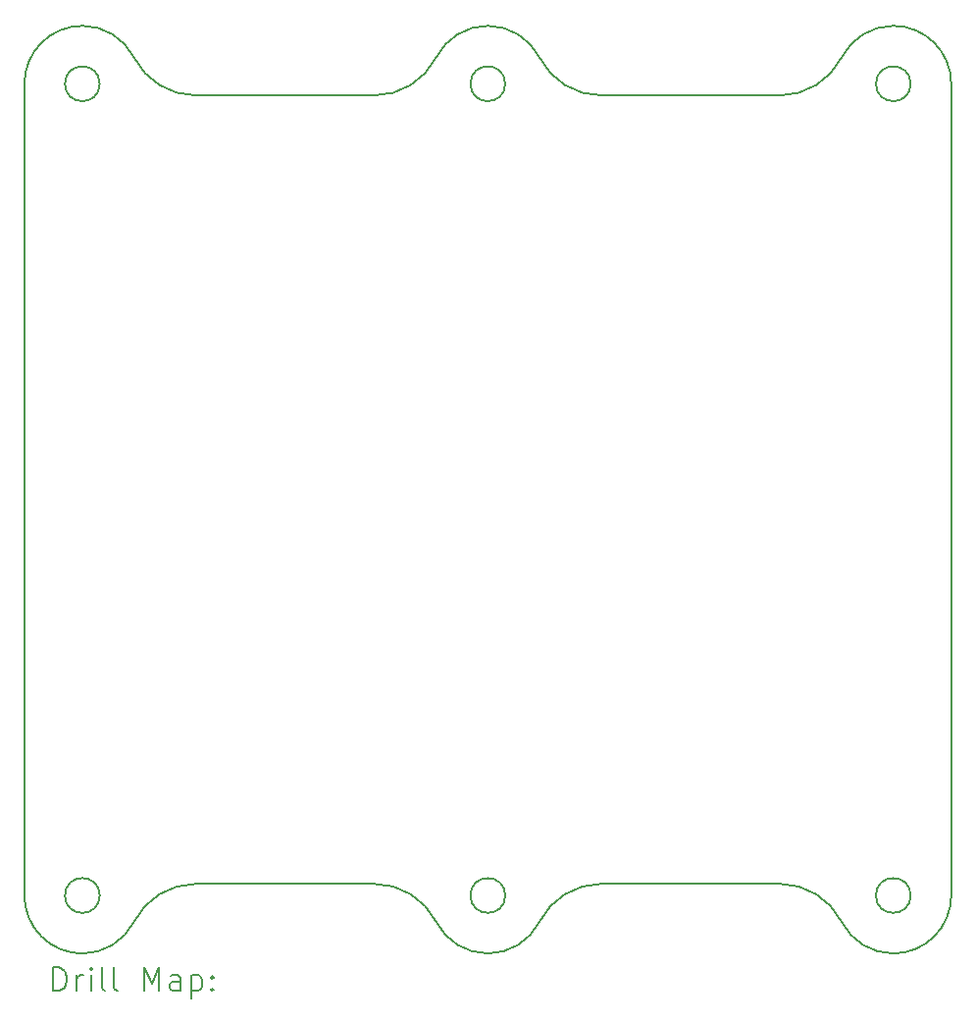
<source format=gbr>
%TF.GenerationSoftware,KiCad,Pcbnew,9.0.0-9.0.0-2~ubuntu24.04.1*%
%TF.CreationDate,2025-03-07T10:50:06+01:00*%
%TF.ProjectId,BackPlane,4261636b-506c-4616-9e65-2e6b69636164,rev?*%
%TF.SameCoordinates,Original*%
%TF.FileFunction,Drillmap*%
%TF.FilePolarity,Positive*%
%FSLAX45Y45*%
G04 Gerber Fmt 4.5, Leading zero omitted, Abs format (unit mm)*
G04 Created by KiCad (PCBNEW 9.0.0-9.0.0-2~ubuntu24.04.1) date 2025-03-07 10:50:06*
%MOMM*%
%LPD*%
G01*
G04 APERTURE LIST*
%ADD10C,0.200000*%
G04 APERTURE END LIST*
D10*
X10056500Y-3487000D02*
G75*
G02*
X9756500Y-3487000I-150000J0D01*
G01*
X9756500Y-3487000D02*
G75*
G02*
X10056500Y-3487000I150000J0D01*
G01*
X5906500Y-3487000D02*
G75*
G02*
X6406500Y-2987000I500000J0D01*
G01*
X10351862Y-10714273D02*
G75*
G02*
X9906500Y-10987000I-445362J227273D01*
G01*
X12426704Y-10387000D02*
G75*
G02*
X12961135Y-10714274I-4J-600000D01*
G01*
X13906500Y-3487000D02*
X13906500Y-10487000D01*
X6406500Y-10987000D02*
G75*
G02*
X5906500Y-10487000I0J500000D01*
G01*
X12961138Y-3259727D02*
G75*
G02*
X13406500Y-2987000I445362J-227273D01*
G01*
X13406500Y-10987000D02*
G75*
G02*
X12961138Y-10714273I0J500000D01*
G01*
X8924622Y-3587000D02*
X7386303Y-3587000D01*
X13556500Y-10487000D02*
G75*
G02*
X13256500Y-10487000I-150000J0D01*
G01*
X13256500Y-10487000D02*
G75*
G02*
X13556500Y-10487000I150000J0D01*
G01*
X6406500Y-2987000D02*
G75*
G02*
X6851862Y-3259727I0J-500000D01*
G01*
X10886303Y-3587000D02*
G75*
G02*
X10351860Y-3259728I-3J600010D01*
G01*
X6556500Y-10487000D02*
G75*
G02*
X6256500Y-10487000I-150000J0D01*
G01*
X6256500Y-10487000D02*
G75*
G02*
X6556500Y-10487000I150000J0D01*
G01*
X8926704Y-10387000D02*
X7386296Y-10387000D01*
X9906500Y-10987000D02*
G75*
G02*
X9461138Y-10714273I0J500000D01*
G01*
X13556500Y-3487000D02*
G75*
G02*
X13256500Y-3487000I-150000J0D01*
G01*
X13256500Y-3487000D02*
G75*
G02*
X13556500Y-3487000I150000J0D01*
G01*
X10886303Y-3587000D02*
X12428749Y-3587000D01*
X9461138Y-3259727D02*
G75*
G02*
X9906500Y-2987000I445362J-227273D01*
G01*
X12961138Y-3259727D02*
G75*
G02*
X12428749Y-3586995I-534438J272737D01*
G01*
X10351862Y-10714273D02*
G75*
G02*
X10886296Y-10386996I534438J-272727D01*
G01*
X13406500Y-2987000D02*
G75*
G02*
X13906500Y-3487000I0J-500000D01*
G01*
X10886296Y-10387000D02*
X12426704Y-10387000D01*
X6851862Y-10714273D02*
G75*
G02*
X7386296Y-10386996I534438J-272727D01*
G01*
X6556500Y-3487000D02*
G75*
G02*
X6256500Y-3487000I-150000J0D01*
G01*
X6256500Y-3487000D02*
G75*
G02*
X6556500Y-3487000I150000J0D01*
G01*
X7386303Y-3587000D02*
G75*
G02*
X6851860Y-3259728I-3J600010D01*
G01*
X9461138Y-3259727D02*
G75*
G02*
X8924622Y-3586995I-534438J272737D01*
G01*
X8926704Y-10387000D02*
G75*
G02*
X9461135Y-10714274I-4J-600000D01*
G01*
X10056500Y-10487000D02*
G75*
G02*
X9756500Y-10487000I-150000J0D01*
G01*
X9756500Y-10487000D02*
G75*
G02*
X10056500Y-10487000I150000J0D01*
G01*
X5906500Y-3487000D02*
X5906500Y-10487000D01*
X6851862Y-10714273D02*
G75*
G02*
X6406500Y-10987000I-445362J227273D01*
G01*
X9906500Y-2987000D02*
G75*
G02*
X10351862Y-3259727I0J-500000D01*
G01*
X13906500Y-10487000D02*
G75*
G02*
X13406500Y-10987000I-500000J0D01*
G01*
X6157277Y-11308484D02*
X6157277Y-11108484D01*
X6157277Y-11108484D02*
X6204896Y-11108484D01*
X6204896Y-11108484D02*
X6233467Y-11118008D01*
X6233467Y-11118008D02*
X6252515Y-11137055D01*
X6252515Y-11137055D02*
X6262039Y-11156103D01*
X6262039Y-11156103D02*
X6271562Y-11194198D01*
X6271562Y-11194198D02*
X6271562Y-11222769D01*
X6271562Y-11222769D02*
X6262039Y-11260865D01*
X6262039Y-11260865D02*
X6252515Y-11279912D01*
X6252515Y-11279912D02*
X6233467Y-11298960D01*
X6233467Y-11298960D02*
X6204896Y-11308484D01*
X6204896Y-11308484D02*
X6157277Y-11308484D01*
X6357277Y-11308484D02*
X6357277Y-11175150D01*
X6357277Y-11213246D02*
X6366801Y-11194198D01*
X6366801Y-11194198D02*
X6376324Y-11184674D01*
X6376324Y-11184674D02*
X6395372Y-11175150D01*
X6395372Y-11175150D02*
X6414420Y-11175150D01*
X6481086Y-11308484D02*
X6481086Y-11175150D01*
X6481086Y-11108484D02*
X6471562Y-11118008D01*
X6471562Y-11118008D02*
X6481086Y-11127531D01*
X6481086Y-11127531D02*
X6490610Y-11118008D01*
X6490610Y-11118008D02*
X6481086Y-11108484D01*
X6481086Y-11108484D02*
X6481086Y-11127531D01*
X6604896Y-11308484D02*
X6585848Y-11298960D01*
X6585848Y-11298960D02*
X6576324Y-11279912D01*
X6576324Y-11279912D02*
X6576324Y-11108484D01*
X6709658Y-11308484D02*
X6690610Y-11298960D01*
X6690610Y-11298960D02*
X6681086Y-11279912D01*
X6681086Y-11279912D02*
X6681086Y-11108484D01*
X6938229Y-11308484D02*
X6938229Y-11108484D01*
X6938229Y-11108484D02*
X7004896Y-11251341D01*
X7004896Y-11251341D02*
X7071562Y-11108484D01*
X7071562Y-11108484D02*
X7071562Y-11308484D01*
X7252515Y-11308484D02*
X7252515Y-11203722D01*
X7252515Y-11203722D02*
X7242991Y-11184674D01*
X7242991Y-11184674D02*
X7223943Y-11175150D01*
X7223943Y-11175150D02*
X7185848Y-11175150D01*
X7185848Y-11175150D02*
X7166801Y-11184674D01*
X7252515Y-11298960D02*
X7233467Y-11308484D01*
X7233467Y-11308484D02*
X7185848Y-11308484D01*
X7185848Y-11308484D02*
X7166801Y-11298960D01*
X7166801Y-11298960D02*
X7157277Y-11279912D01*
X7157277Y-11279912D02*
X7157277Y-11260865D01*
X7157277Y-11260865D02*
X7166801Y-11241817D01*
X7166801Y-11241817D02*
X7185848Y-11232293D01*
X7185848Y-11232293D02*
X7233467Y-11232293D01*
X7233467Y-11232293D02*
X7252515Y-11222769D01*
X7347753Y-11175150D02*
X7347753Y-11375150D01*
X7347753Y-11184674D02*
X7366801Y-11175150D01*
X7366801Y-11175150D02*
X7404896Y-11175150D01*
X7404896Y-11175150D02*
X7423943Y-11184674D01*
X7423943Y-11184674D02*
X7433467Y-11194198D01*
X7433467Y-11194198D02*
X7442991Y-11213246D01*
X7442991Y-11213246D02*
X7442991Y-11270388D01*
X7442991Y-11270388D02*
X7433467Y-11289436D01*
X7433467Y-11289436D02*
X7423943Y-11298960D01*
X7423943Y-11298960D02*
X7404896Y-11308484D01*
X7404896Y-11308484D02*
X7366801Y-11308484D01*
X7366801Y-11308484D02*
X7347753Y-11298960D01*
X7528705Y-11289436D02*
X7538229Y-11298960D01*
X7538229Y-11298960D02*
X7528705Y-11308484D01*
X7528705Y-11308484D02*
X7519182Y-11298960D01*
X7519182Y-11298960D02*
X7528705Y-11289436D01*
X7528705Y-11289436D02*
X7528705Y-11308484D01*
X7528705Y-11184674D02*
X7538229Y-11194198D01*
X7538229Y-11194198D02*
X7528705Y-11203722D01*
X7528705Y-11203722D02*
X7519182Y-11194198D01*
X7519182Y-11194198D02*
X7528705Y-11184674D01*
X7528705Y-11184674D02*
X7528705Y-11203722D01*
M02*

</source>
